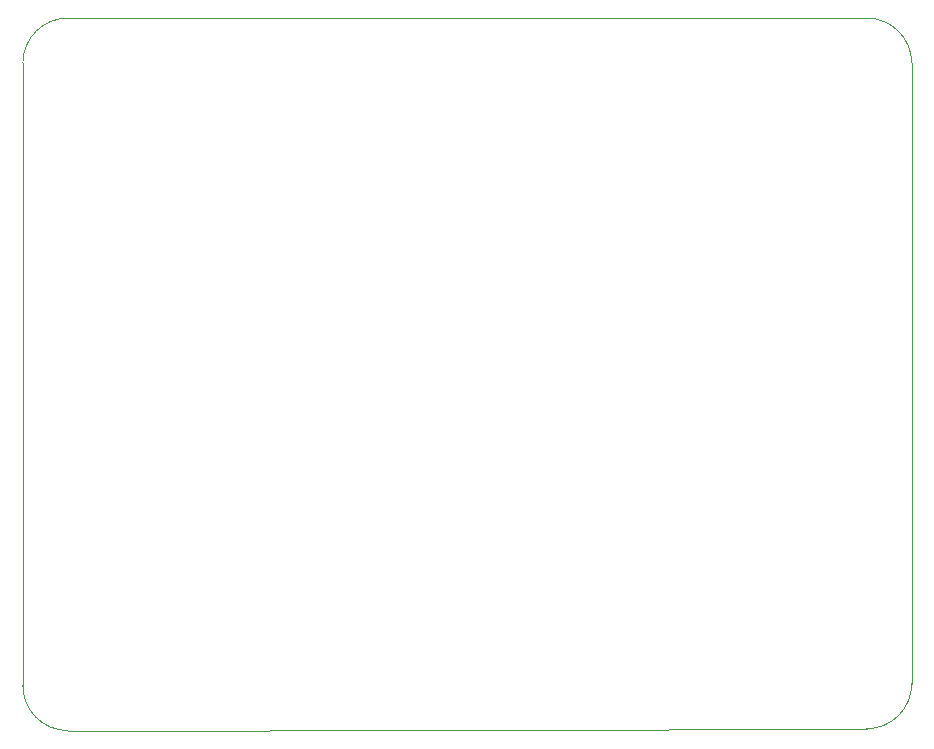
<source format=gm1>
%TF.GenerationSoftware,KiCad,Pcbnew,(6.0.0)*%
%TF.CreationDate,2022-03-13T20:46:10-04:00*%
%TF.ProjectId,simple_button_breakout,73696d70-6c65-45f6-9275-74746f6e5f62,rev?*%
%TF.SameCoordinates,Original*%
%TF.FileFunction,Profile,NP*%
%FSLAX46Y46*%
G04 Gerber Fmt 4.6, Leading zero omitted, Abs format (unit mm)*
G04 Created by KiCad (PCBNEW (6.0.0)) date 2022-03-13 20:46:10*
%MOMM*%
%LPD*%
G01*
G04 APERTURE LIST*
%TA.AperFunction,Profile*%
%ADD10C,0.100000*%
%TD*%
G04 APERTURE END LIST*
D10*
X74140923Y0D02*
G75*
G03*
X70330923Y3810000I-3809999J1D01*
G01*
X2694077Y3810000D02*
G75*
G03*
X-1115923Y0I-1J-3809999D01*
G01*
X70330923Y-56360923D02*
X2694077Y-56515000D01*
X70330923Y-56360923D02*
G75*
G03*
X74140923Y-52550923I1J3809999D01*
G01*
X-1115923Y-52705000D02*
X-1115923Y0D01*
X2694077Y3810000D02*
X70330923Y3810000D01*
X74140923Y-52550923D02*
X74140923Y0D01*
X-1115923Y-52705000D02*
G75*
G03*
X2694077Y-56515000I3809999J-1D01*
G01*
M02*

</source>
